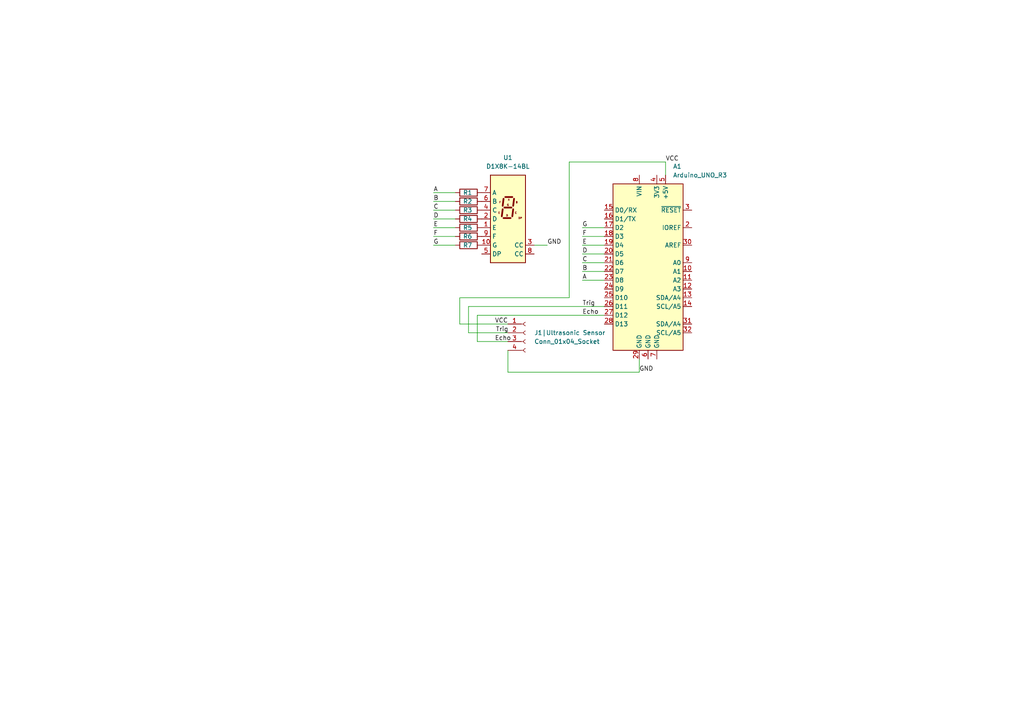
<source format=kicad_sch>
(kicad_sch (version 20250114) (generator "eeschema") (generator_version "9.0")
  (paper "A4")
  (lib_symbols
    (symbol "Connector:Conn_01x04_Socket" (pin_names (offset 1.016) (hide yes))
      (property "Reference" "J" (at 0 5.08 0))
      (property "Value" "Conn_01x04_Socket" (at 0 -7.62 0))
      (symbol "Conn_01x04_Socket_1_1"
        (polyline (pts (xy -1.27 2.54) (xy -0.508 2.54)) (stroke (width 0.1524)))
        (polyline (pts (xy -1.27 0) (xy -0.508 0)) (stroke (width 0.1524)))
        (polyline (pts (xy -1.27 -2.54) (xy -0.508 -2.54)) (stroke (width 0.1524)))
        (polyline (pts (xy -1.27 -5.08) (xy -0.508 -5.08)) (stroke (width 0.1524)))
        (arc (start 0 2.032) (mid -0.5058 2.54) (end 0 3.048) (stroke (width 0.1524)))
        (arc (start 0 -0.508) (mid -0.5058 0) (end 0 0.508) (stroke (width 0.1524)))
        (arc (start 0 -3.048) (mid -0.5058 -2.54) (end 0 -2.032) (stroke (width 0.1524)))
        (arc (start 0 -5.588) (mid -0.5058 -5.08) (end 0 -4.572) (stroke (width 0.1524)))
        (pin passive line (at -5.08 2.54 0) (length 3.81) (name "Pin_1") (number "1"))
        (pin passive line (at -5.08 0 0) (length 3.81) (name "Pin_2") (number "2"))
        (pin passive line (at -5.08 -2.54 0) (length 3.81) (name "Pin_3") (number "3"))
        (pin passive line (at -5.08 -5.08 0) (length 3.81) (name "Pin_4") (number "4"))
      )
    )
    (symbol "Device:R" (pin_numbers (hide yes)) (pin_names (offset 0))
      (property "Reference" "R" (at 2.032 0 90))
      (property "Value" "R" (at 0 0 90))
      (symbol "R_0_1"
        (rectangle (start -1.016 -2.54) (end 1.016 2.54) (stroke (width 0.254)))
      )
      (symbol "R_1_1"
        (pin passive line (at 0 3.81 270) (length 1.27) (name "~") (number "1"))
        (pin passive line (at 0 -3.81 90) (length 1.27) (name "~") (number "2"))
      )
    )
    (symbol "Display_Character:D1X8K-14BL"
      (property "Reference" "U" (at -2.54 13.97 0))
      (property "Value" "D1X8K-14BL" (at 1.27 13.97 0))
      (symbol "D1X8K-14BL_0_0"
        (text "E" (at -2.54 1.778 0) (effects (font (size 0.508 0.508))))
        (text "F" (at -2.286 4.826 0) (effects (font (size 0.508 0.508))))
        (text "D" (at -0.254 1.016 0) (effects (font (size 0.508 0.508))))
        (text "G" (at 0 4.064 0) (effects (font (size 0.508 0.508))))
        (text "A" (at 0.254 5.588 0) (effects (font (size 0.508 0.508))))
        (text "C" (at 2.286 1.778 0) (effects (font (size 0.508 0.508))))
        (text "B" (at 2.54 4.826 0) (effects (font (size 0.508 0.508))))
        (text "DP" (at 3.556 0.254 0) (effects (font (size 0.508 0.508))))
      )
      (symbol "D1X8K-14BL_0_1"
        (rectangle (start -5.08 12.7) (end 5.08 -12.7) (stroke (width 0.254)) (fill (type background)))
        (polyline (pts (xy -1.524 2.794) (xy -1.778 0.762)) (stroke (width 0.508)))
        (polyline (pts (xy -1.27 5.842) (xy -1.524 3.81)) (stroke (width 0.508)))
        (polyline (pts (xy -1.27 0.254) (xy 0.762 0.254)) (stroke (width 0.508)))
        (polyline (pts (xy -1.016 3.302) (xy 1.016 3.302)) (stroke (width 0.508)))
        (polyline (pts (xy -0.762 6.35) (xy 1.27 6.35)) (stroke (width 0.508)))
        (polyline (pts (xy 1.524 2.794) (xy 1.27 0.762)) (stroke (width 0.508)))
        (polyline (pts (xy 1.778 5.842) (xy 1.524 3.81)) (stroke (width 0.508)))
        (polyline (pts (xy 2.54 0.254) (xy 2.54 0.254)) (stroke (width 0.508)))
      )
      (symbol "D1X8K-14BL_1_1"
        (pin input line (at -7.62 7.62 0) (length 2.54) (name "A") (number "7"))
        (pin input line (at -7.62 5.08 0) (length 2.54) (name "B") (number "6"))
        (pin input line (at -7.62 2.54 0) (length 2.54) (name "C") (number "4"))
        (pin input line (at -7.62 0 0) (length 2.54) (name "D") (number "2"))
        (pin input line (at -7.62 -2.54 0) (length 2.54) (name "E") (number "1"))
        (pin input line (at -7.62 -5.08 0) (length 2.54) (name "F") (number "9"))
        (pin input line (at -7.62 -7.62 0) (length 2.54) (name "G") (number "10"))
        (pin input line (at -7.62 -10.16 0) (length 2.54) (name "DP") (number "5"))
        (pin input line (at 7.62 -7.62 180) (length 2.54) (name "CC") (number "3"))
        (pin input line (at 7.62 -10.16 180) (length 2.54) (name "CC") (number "8"))
      )
    )
    (symbol "MCU_Module:Arduino_UNO_R3"
      (property "Reference" "A" (at -10.16 23.495 0))
      (property "Value" "Arduino_UNO_R3" (at 5.08 -26.67 0))
      (symbol "Arduino_UNO_R3_0_1"
        (rectangle (start -10.16 22.86) (end 10.16 -25.4) (stroke (width 0.254)) (fill (type background)))
      )
      (symbol "Arduino_UNO_R3_1_1"
        (pin bidirectional line (at -12.7 15.24 0) (length 2.54) (name "D0/RX") (number "15"))
        (pin bidirectional line (at -12.7 12.7 0) (length 2.54) (name "D1/TX") (number "16"))
        (pin bidirectional line (at -12.7 10.16 0) (length 2.54) (name "D2") (number "17"))
        (pin bidirectional line (at -12.7 7.62 0) (length 2.54) (name "D3") (number "18"))
        (pin bidirectional line (at -12.7 5.08 0) (length 2.54) (name "D4") (number "19"))
        (pin bidirectional line (at -12.7 2.54 0) (length 2.54) (name "D5") (number "20"))
        (pin bidirectional line (at -12.7 0 0) (length 2.54) (name "D6") (number "21"))
        (pin bidirectional line (at -12.7 -2.54 0) (length 2.54) (name "D7") (number "22"))
        (pin bidirectional line (at -12.7 -5.08 0) (length 2.54) (name "D8") (number "23"))
        (pin bidirectional line (at -12.7 -7.62 0) (length 2.54) (name "D9") (number "24"))
        (pin bidirectional line (at -12.7 -10.16 0) (length 2.54) (name "D10") (number "25"))
        (pin bidirectional line (at -12.7 -12.7 0) (length 2.54) (name "D11") (number "26"))
        (pin bidirectional line (at -12.7 -15.24 0) (length 2.54) (name "D12") (number "27"))
        (pin bidirectional line (at -12.7 -17.78 0) (length 2.54) (name "D13") (number "28"))
        (pin no_connect line (at -10.16 -20.32 0) (length 2.54) (hide yes) (name "NC") (number "1"))
        (pin power_in line (at -2.54 25.4 270) (length 2.54) (name "VIN") (number "8"))
        (pin power_in line (at -2.54 -27.94 90) (length 2.54) (name "GND") (number "29"))
        (pin power_in line (at 0 -27.94 90) (length 2.54) (name "GND") (number "6"))
        (pin power_out line (at 2.54 25.4 270) (length 2.54) (name "3V3") (number "4"))
        (pin power_in line (at 2.54 -27.94 90) (length 2.54) (name "GND") (number "7"))
        (pin power_out line (at 5.08 25.4 270) (length 2.54) (name "+5V") (number "5"))
        (pin input line (at 12.7 15.24 180) (length 2.54) (name "~{RESET}") (number "3"))
        (pin output line (at 12.7 10.16 180) (length 2.54) (name "IOREF") (number "2"))
        (pin input line (at 12.7 5.08 180) (length 2.54) (name "AREF") (number "30"))
        (pin bidirectional line (at 12.7 0 180) (length 2.54) (name "A0") (number "9"))
        (pin bidirectional line (at 12.7 -2.54 180) (length 2.54) (name "A1") (number "10"))
        (pin bidirectional line (at 12.7 -5.08 180) (length 2.54) (name "A2") (number "11"))
        (pin bidirectional line (at 12.7 -7.62 180) (length 2.54) (name "A3") (number "12"))
        (pin bidirectional line (at 12.7 -10.16 180) (length 2.54) (name "SDA/A4") (number "13"))
        (pin bidirectional line (at 12.7 -12.7 180) (length 2.54) (name "SCL/A5") (number "14"))
        (pin bidirectional line (at 12.7 -17.78 180) (length 2.54) (name "SDA/A4") (number "31"))
        (pin bidirectional line (at 12.7 -20.32 180) (length 2.54) (name "SCL/A5") (number "32"))
      )
    )
  )
  (wire (pts (xy 168.91 71.12) (xy 175.26 71.12)))
  (wire (pts (xy 125.73 58.42) (xy 132.08 58.42)))
  (wire (pts (xy 135.89 88.9) (xy 175.26 88.9)))
  (wire (pts (xy 135.89 96.52) (xy 147.32 96.52)))
  (wire (pts (xy 133.35 93.98) (xy 147.32 93.98)))
  (wire (pts (xy 168.91 78.74) (xy 175.26 78.74)))
  (wire (pts (xy 147.32 107.95) (xy 185.42 107.95)))
  (wire (pts (xy 135.89 88.9) (xy 135.89 96.52)))
  (wire (pts (xy 138.43 99.06) (xy 147.32 99.06)))
  (wire (pts (xy 125.73 68.58) (xy 132.08 68.58)))
  (wire (pts (xy 168.91 66.04) (xy 175.26 66.04)))
  (wire (pts (xy 168.91 68.58) (xy 175.26 68.58)))
  (wire (pts (xy 138.43 99.06) (xy 138.43 91.44)))
  (wire (pts (xy 125.73 66.04) (xy 132.08 66.04)))
  (wire (pts (xy 133.35 86.36) (xy 165.1 86.36)))
  (wire (pts (xy 125.73 55.88) (xy 132.08 55.88)))
  (wire (pts (xy 154.94 71.12) (xy 158.75 71.12)))
  (wire (pts (xy 168.91 76.2) (xy 175.26 76.2)))
  (wire (pts (xy 168.91 73.66) (xy 175.26 73.66)))
  (wire (pts (xy 147.32 101.6) (xy 147.32 107.95)))
  (wire (pts (xy 193.04 46.99) (xy 193.04 50.8)))
  (wire (pts (xy 133.35 93.98) (xy 133.35 86.36)))
  (wire (pts (xy 165.1 46.99) (xy 193.04 46.99)))
  (wire (pts (xy 165.1 86.36) (xy 165.1 46.99)))
  (wire (pts (xy 168.91 81.28) (xy 175.26 81.28)))
  (wire (pts (xy 138.43 91.44) (xy 175.26 91.44)))
  (wire (pts (xy 185.42 104.14) (xy 185.42 107.95)))
  (wire (pts (xy 132.08 71.12) (xy 125.73 71.12)))
  (wire (pts (xy 125.73 63.5) (xy 132.08 63.5)))
  (wire (pts (xy 132.08 60.96) (xy 125.73 60.96)))
  (label "C" (at 168.91 76.2 0))
  (label "B" (at 168.91 78.74 0))
  (label "Echo" (at 143.51 99.06 0))
  (label "GND" (at 185.42 107.95 0))
  (label "F" (at 168.91 68.58 0))
  (label "VCC" (at 143.51 93.98 0))
  (label "G" (at 125.73 71.12 0))
  (label "C" (at 125.73 60.96 0))
  (label "D" (at 125.73 63.5 0))
  (label "F" (at 125.73 68.58 0))
  (label "Trig" (at 168.91 88.9 0))
  (label "B" (at 125.73 58.42 0))
  (label "Trig" (at 143.771 96.52 0))
  (label "GND" (at 158.75 71.12 0))
  (label "E" (at 125.73 66.04 0))
  (label "VCC" (at 193.04 46.99 0))
  (label "Echo" (at 168.91 91.44 0))
  (label "G" (at 168.91 66.04 0))
  (label "A" (at 125.73 55.88 0))
  (label "D" (at 168.91 73.66 0))
  (label "E" (at 168.91 71.12 0))
  (label "A" (at 168.91 81.28 0))
  (symbol (lib_id "Device:R") (at 135.89 60.96 270) (unit 1)
    (property "Reference" "R3" (at 135.636 60.96 90))
    (property "Value" "R" (effects (hide yes)))
    (property "Description" "Resistor" (effects (hide yes)))
  )
  (symbol (lib_id "Device:R") (at 135.89 66.04 270) (unit 1)
    (property "Reference" "R5" (at 135.636 66.04 90))
    (property "Value" "R" (effects (hide yes)))
    (property "Description" "Resistor" (effects (hide yes)))
  )
  (symbol (lib_id "Device:R") (at 135.89 55.88 270) (unit 1)
    (property "Reference" "R1" (at 135.636 55.88 90))
    (property "Value" "R" (effects (hide yes)))
    (property "Description" "Resistor" (effects (hide yes)))
  )
  (symbol (lib_id "Connector:Conn_01x04_Socket") (at 152.4 96.52 0) (unit 1)
    (property "Reference" "J1|Ultrasonic Sensor" (at 154.94 96.5199 0) (effects (justify left)))
    (property "Value" "Conn_01x04_Socket" (at 154.94 99.0599 0) (effects (justify left)))
    (property "Footprint" "Connector_PinSocket_2.54mm:PinSocket_1x04_P2.54mm_Vertical" (effects (hide yes)))
    (property "Description" "Generic connector, single row, 01x04, script generated" (effects (hide yes)))
  )
  (symbol (lib_id "Device:R") (at 135.89 68.58 270) (unit 1)
    (property "Reference" "R6" (at 135.636 68.58 90))
    (property "Value" "R" (effects (hide yes)))
    (property "Description" "Resistor" (effects (hide yes)))
  )
  (symbol (lib_id "Device:R") (at 135.89 58.42 270) (unit 1)
    (property "Reference" "R2" (at 135.636 58.42 90))
    (property "Value" "R" (effects (hide yes)))
    (property "Description" "Resistor" (effects (hide yes)))
  )
  (symbol (lib_id "Device:R") (at 135.89 71.12 270) (unit 1)
    (property "Reference" "R7" (at 135.636 71.12 90))
    (property "Value" "R" (effects (hide yes)))
    (property "Description" "Resistor" (effects (hide yes)))
  )
  (symbol (lib_id "MCU_Module:Arduino_UNO_R3") (at 187.96 76.2 0) (unit 1)
    (property "Reference" "A1" (at 195.1833 48.26 0) (effects (justify left)))
    (property "Value" "Arduino_UNO_R3" (at 195.1833 50.8 0) (effects (justify left)))
    (property "Footprint" "Module:Arduino_UNO_R3" (effects (hide yes)))
    (property "Datasheet" "https://www.arduino.cc/en/Main/arduinoBoardUno" (effects (hide yes)))
    (property "Description" "Arduino UNO Microcontroller Module, release 3" (effects (hide yes)))
  )
  (symbol (lib_id "Device:R") (at 135.89 63.5 270) (unit 1)
    (property "Reference" "R4" (at 135.636 63.5 90))
    (property "Value" "R" (effects (hide yes)))
    (property "Description" "Resistor" (effects (hide yes)))
  )
  (symbol (lib_id "Display_Character:D1X8K-14BL") (at 147.32 63.5 0) (unit 1)
    (property "Reference" "U1" (at 147.32 45.72 0))
    (property "Value" "D1X8K-14BL" (at 147.32 48.26 0))
    (property "Footprint" "Display_7Segment:D1X8K" (effects (hide yes)))
    (property "Datasheet" "https://ia800903.us.archive.org/24/items/CTKD1x8K/Cromatek%20D168K.pdf" (effects (hide yes)))
    (property "Description" "One digit 7 segment ultra bright blue LED, low current, common cathode" (effects (hide yes)))
  )
)
</source>
